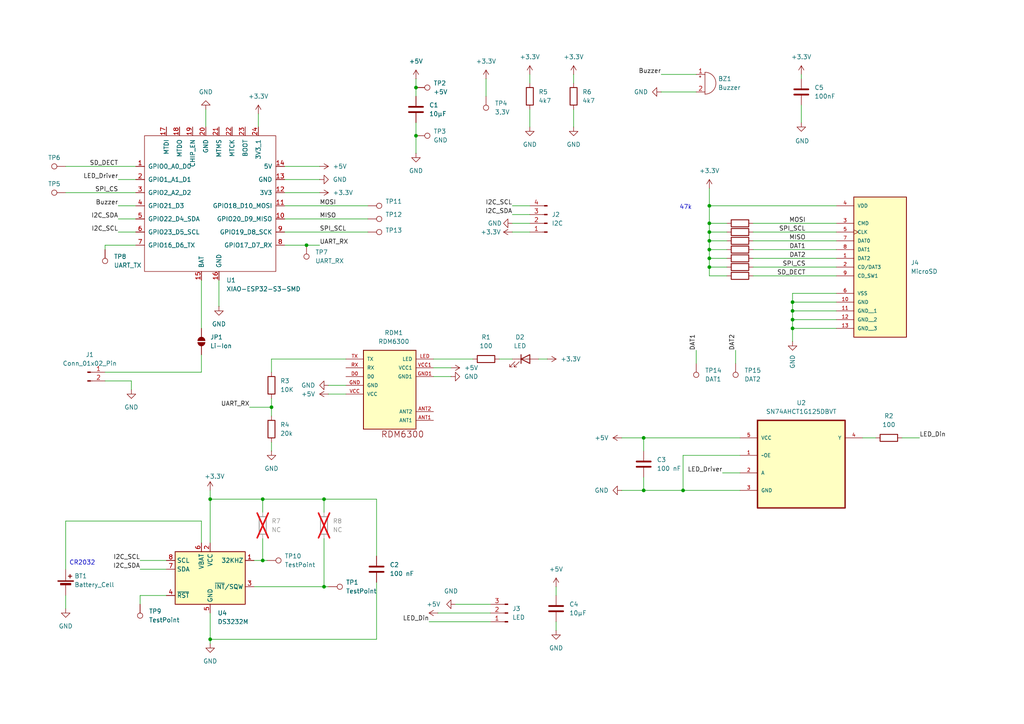
<source format=kicad_sch>
(kicad_sch (version 20250114) (generator "eeschema") (generator_version "9.0")
  (paper "A4")
  (lib_symbols
    (symbol "Connector:Conn_01x02_Pin" (pin_names (offset 1.016) (hide yes))
      (property "Reference" "J" (at 0 2.54 0))
      (property "Value" "Conn_01x02_Pin" (at 0 -5.08 0))
      (symbol "Conn_01x02_Pin_1_1"
        (rectangle (start 0.8636 0.127) (end 0 -0.127) (stroke (width 0.1524)) (fill (type outline)))
        (rectangle (start 0.8636 -2.413) (end 0 -2.667) (stroke (width 0.1524)) (fill (type outline)))
        (polyline (pts (xy 1.27 0) (xy 0.8636 0)) (stroke (width 0.1524)))
        (polyline (pts (xy 1.27 -2.54) (xy 0.8636 -2.54)) (stroke (width 0.1524)))
        (pin passive line (at 5.08 0 180) (length 3.81) (name "Pin_1") (number "1"))
        (pin passive line (at 5.08 -2.54 180) (length 3.81) (name "Pin_2") (number "2"))
      )
    )
    (symbol "Connector:Conn_01x03_Pin" (pin_names (offset 1.016) (hide yes))
      (property "Reference" "J" (at 0 5.08 0))
      (property "Value" "Conn_01x03_Pin" (at 0 -5.08 0))
      (symbol "Conn_01x03_Pin_1_1"
        (rectangle (start 0.8636 2.667) (end 0 2.413) (stroke (width 0.1524)) (fill (type outline)))
        (rectangle (start 0.8636 0.127) (end 0 -0.127) (stroke (width 0.1524)) (fill (type outline)))
        (rectangle (start 0.8636 -2.413) (end 0 -2.667) (stroke (width 0.1524)) (fill (type outline)))
        (polyline (pts (xy 1.27 2.54) (xy 0.8636 2.54)) (stroke (width 0.1524)))
        (polyline (pts (xy 1.27 0) (xy 0.8636 0)) (stroke (width 0.1524)))
        (polyline (pts (xy 1.27 -2.54) (xy 0.8636 -2.54)) (stroke (width 0.1524)))
        (pin passive line (at 5.08 2.54 180) (length 3.81) (name "Pin_1") (number "1"))
        (pin passive line (at 5.08 0 180) (length 3.81) (name "Pin_2") (number "2"))
        (pin passive line (at 5.08 -2.54 180) (length 3.81) (name "Pin_3") (number "3"))
      )
    )
    (symbol "Connector:Conn_01x04_Pin" (pin_names (offset 1.016) (hide yes))
      (property "Reference" "J" (at 0 5.08 0))
      (property "Value" "Conn_01x04_Pin" (at 0 -7.62 0))
      (symbol "Conn_01x04_Pin_1_1"
        (rectangle (start 0.8636 2.667) (end 0 2.413) (stroke (width 0.1524)) (fill (type outline)))
        (rectangle (start 0.8636 0.127) (end 0 -0.127) (stroke (width 0.1524)) (fill (type outline)))
        (rectangle (start 0.8636 -2.413) (end 0 -2.667) (stroke (width 0.1524)) (fill (type outline)))
        (rectangle (start 0.8636 -4.953) (end 0 -5.207) (stroke (width 0.1524)) (fill (type outline)))
        (polyline (pts (xy 1.27 2.54) (xy 0.8636 2.54)) (stroke (width 0.1524)))
        (polyline (pts (xy 1.27 0) (xy 0.8636 0)) (stroke (width 0.1524)))
        (polyline (pts (xy 1.27 -2.54) (xy 0.8636 -2.54)) (stroke (width 0.1524)))
        (polyline (pts (xy 1.27 -5.08) (xy 0.8636 -5.08)) (stroke (width 0.1524)))
        (pin passive line (at 5.08 2.54 180) (length 3.81) (name "Pin_1") (number "1"))
        (pin passive line (at 5.08 0 180) (length 3.81) (name "Pin_2") (number "2"))
        (pin passive line (at 5.08 -2.54 180) (length 3.81) (name "Pin_3") (number "3"))
        (pin passive line (at 5.08 -5.08 180) (length 3.81) (name "Pin_4") (number "4"))
      )
    )
    (symbol "Connector:TestPoint" (pin_numbers (hide yes)) (pin_names (offset 0.762) (hide yes))
      (property "Reference" "TP" (at 0 6.858 0))
      (property "Value" "TestPoint" (at 0 5.08 0))
      (symbol "TestPoint_0_1"
        (circle (center 0 3.302) (radius 0.762))
      )
      (symbol "TestPoint_1_1"
        (pin passive line (at 0 0 90) (length 2.54) (name "1") (number "1"))
      )
    )
    (symbol "Device:Battery_Cell" (pin_numbers (hide yes)) (pin_names (offset 0) (hide yes))
      (property "Reference" "BT" (at 2.54 2.54 0))
      (property "Value" "Battery_Cell" (at 2.54 0 0))
      (symbol "Battery_Cell_0_1"
        (rectangle (start -2.286 1.778) (end 2.286 1.524) (fill (type outline)))
        (rectangle (start -1.524 1.016) (end 1.524 0.508) (fill (type outline)))
        (polyline (pts (xy 0 1.778) (xy 0 2.54)))
        (polyline (pts (xy 0 0.762) (xy 0 0)))
        (polyline (pts (xy 0.762 3.048) (xy 1.778 3.048)) (stroke (width 0.254)))
        (polyline (pts (xy 1.27 3.556) (xy 1.27 2.54)) (stroke (width 0.254)))
      )
      (symbol "Battery_Cell_1_1"
        (pin passive line (at 0 5.08 270) (length 2.54) (name "+") (number "1"))
        (pin passive line (at 0 -2.54 90) (length 2.54) (name "-") (number "2"))
      )
    )
    (symbol "Device:Buzzer" (pin_names (offset 0.0254) (hide yes))
      (property "Reference" "BZ" (at 3.81 1.27 0))
      (property "Value" "Buzzer" (at 3.81 -1.27 0))
      (symbol "Buzzer_0_1"
        (polyline (pts (xy -1.651 1.905) (xy -1.143 1.905)))
        (polyline (pts (xy -1.397 2.159) (xy -1.397 1.651)))
        (arc (start 0 3.175) (mid 3.1612 0) (end 0 -3.175))
        (polyline (pts (xy 0 3.175) (xy 0 -3.175)))
      )
      (symbol "Buzzer_1_1"
        (pin passive line (at -2.54 2.54 0) (length 2.54) (name "+") (number "1"))
        (pin passive line (at -2.54 -2.54 0) (length 2.54) (name "-") (number "2"))
      )
    )
    (symbol "Device:C" (pin_numbers (hide yes)) (pin_names (offset 0.254))
      (property "Reference" "C" (at 0.635 2.54 0))
      (property "Value" "C" (at 0.635 -2.54 0))
      (symbol "C_0_1"
        (polyline (pts (xy -2.032 0.762) (xy 2.032 0.762)) (stroke (width 0.508)))
        (polyline (pts (xy -2.032 -0.762) (xy 2.032 -0.762)) (stroke (width 0.508)))
      )
      (symbol "C_1_1"
        (pin passive line (at 0 3.81 270) (length 2.794) (name "~") (number "1"))
        (pin passive line (at 0 -3.81 90) (length 2.794) (name "~") (number "2"))
      )
    )
    (symbol "Device:LED" (pin_numbers (hide yes)) (pin_names (offset 1.016) (hide yes))
      (property "Reference" "D" (at 0 2.54 0))
      (property "Value" "LED" (at 0 -2.54 0))
      (symbol "LED_0_1"
        (polyline (pts (xy -3.048 -0.762) (xy -4.572 -2.286) (xy -3.81 -2.286) (xy -4.572 -2.286) (xy -4.572 -1.524)))
        (polyline (pts (xy -1.778 -0.762) (xy -3.302 -2.286) (xy -2.54 -2.286) (xy -3.302 -2.286) (xy -3.302 -1.524)))
        (polyline (pts (xy -1.27 0) (xy 1.27 0)))
        (polyline (pts (xy -1.27 -1.27) (xy -1.27 1.27)) (stroke (width 0.254)))
        (polyline (pts (xy 1.27 -1.27) (xy 1.27 1.27) (xy -1.27 0) (xy 1.27 -1.27)) (stroke (width 0.254)))
      )
      (symbol "LED_1_1"
        (pin passive line (at -3.81 0 0) (length 2.54) (name "K") (number "1"))
        (pin passive line (at 3.81 0 180) (length 2.54) (name "A") (number "2"))
      )
    )
    (symbol "Device:R" (pin_numbers (hide yes)) (pin_names (offset 0))
      (property "Reference" "R" (at 2.032 0 90))
      (property "Value" "R" (at 0 0 90))
      (symbol "R_0_1"
        (rectangle (start -1.016 -2.54) (end 1.016 2.54) (stroke (width 0.254)))
      )
      (symbol "R_1_1"
        (pin passive line (at 0 3.81 270) (length 1.27) (name "~") (number "1"))
        (pin passive line (at 0 -3.81 90) (length 1.27) (name "~") (number "2"))
      )
    )
    (symbol "Jumper:SolderJumper_2_Open" (pin_numbers (hide yes)) (pin_names (offset 0) (hide yes)) (in_bom no)
      (property "Reference" "JP" (at 0 2.032 0))
      (property "Value" "SolderJumper_2_Open" (at 0 -2.54 0))
      (symbol "SolderJumper_2_Open_0_1"
        (polyline (pts (xy -0.254 1.016) (xy -0.254 -1.016)))
        (arc (start -0.254 -1.016) (mid -1.2656 0) (end -0.254 1.016))
        (arc (start -0.254 -1.016) (mid -1.2656 0) (end -0.254 1.016) (fill (type outline)))
        (arc (start 0.254 1.016) (mid 1.2656 0) (end 0.254 -1.016))
        (arc (start 0.254 1.016) (mid 1.2656 0) (end 0.254 -1.016) (fill (type outline)))
        (polyline (pts (xy 0.254 1.016) (xy 0.254 -1.016)))
      )
      (symbol "SolderJumper_2_Open_1_1"
        (pin passive line (at -3.81 0 0) (length 2.54) (name "A") (number "1"))
        (pin passive line (at 3.81 0 180) (length 2.54) (name "B") (number "2"))
      )
    )
    (symbol "RDM6300:RDM6300" (pin_names (offset 1.016))
      (property "Reference" "RDM6300" (at 0 0 0))
      (property "Value" "RDM6300" (at 0 0 0))
      (symbol "RDM6300_0_0"
        (rectangle (start -7.62 -10.16) (end 7.62 12.7) (stroke (width 0.254)) (fill (type background)))
        (text "RDM6300" (at -2.54 -12.7 0) (effects (font (size 1.778 1.778)) (justify left bottom)))
        (pin bidirectional line (at -12.7 10.16 0) (length 5.08) (name "TX") (number "TX"))
        (pin bidirectional line (at -12.7 7.62 0) (length 5.08) (name "RX") (number "RX"))
        (pin bidirectional line (at -12.7 5.08 0) (length 5.08) (name "D0") (number "D0"))
        (pin bidirectional line (at -12.7 2.54 0) (length 5.08) (name "GND") (number "GND"))
        (pin bidirectional line (at -12.7 0 0) (length 5.08) (name "VCC") (number "VCC"))
        (pin bidirectional line (at 12.7 10.16 180) (length 5.08) (name "LED") (number "LED"))
        (pin bidirectional line (at 12.7 7.62 180) (length 5.08) (name "VCC1") (number "VCC1"))
        (pin bidirectional line (at 12.7 5.08 180) (length 5.08) (name "GND1") (number "GND1"))
        (pin bidirectional line (at 12.7 -5.08 180) (length 5.08) (name "ANT2") (number "ANT2"))
        (pin bidirectional line (at 12.7 -7.62 180) (length 5.08) (name "ANT1") (number "ANT1"))
      )
    )
    (symbol "SN74AHCT1G125DBVT:SN74AHCT1G125DBVT" (pin_names (offset 1.016))
      (property "Reference" "U" (at -4.955 12.5527 0))
      (property "Value" "SN74AHCT1G125DBVT" (at -2.7954 -19.8475 0))
      (symbol "SN74AHCT1G125DBVT_0_0"
        (rectangle (start -12.7 -15.24) (end 12.7 10.16) (stroke (width 0.4064)) (fill (type background)))
        (pin power_in line (at -17.78 5.08 0) (length 5.08) (name "VCC") (number "5"))
        (pin input line (at -17.78 0 0) (length 5.08) (name "~OE") (number "1"))
        (pin input line (at -17.78 -5.08 0) (length 5.08) (name "A") (number "2"))
        (pin passive line (at -17.78 -10.16 0) (length 5.08) (name "GND") (number "3"))
        (pin output line (at 17.78 5.08 180) (length 5.08) (name "Y") (number "4"))
      )
    )
    (symbol "Seeed_Studio_XIAO_Series:XIAO-ESP32-C6-SMD" (pin_names (offset 1.016))
      (property "Reference" "U" (at -18.542 23.114 0))
      (property "Value" "XIAO-ESP32-S3-SMD" (at -8.382 21.336 0))
      (symbol "XIAO-ESP32-C6-SMD_0_1"
        (rectangle (start 19.05 -19.05) (end -19.05 20.32))
      )
      (symbol "XIAO-ESP32-C6-SMD_1_1"
        (pin passive line (at -21.59 11.43 0) (length 2.54) (name "GPIO0_A0_D0") (number "1"))
        (pin passive line (at -21.59 7.62 0) (length 2.54) (name "GPIO1_A1_D1") (number "2"))
        (pin passive line (at -21.59 3.81 0) (length 2.54) (name "GPIO2_A2_D2") (number "3"))
        (pin passive line (at -21.59 0 0) (length 2.54) (name "GPIO21_D3") (number "4"))
        (pin passive line (at -21.59 -3.81 0) (length 2.54) (name "GPIO22_D4_SDA") (number "5"))
        (pin passive line (at -21.59 -7.62 0) (length 2.54) (name "GPIO23_D5_SCL") (number "6"))
        (pin passive line (at -21.59 -11.43 0) (length 2.54) (name "GPIO16_D6_TX") (number "7"))
        (pin passive line (at -12.7 22.86 270) (length 2.54) (name "MTDI") (number "17"))
        (pin passive line (at -8.89 22.86 270) (length 2.54) (name "MTDO") (number "18"))
        (pin passive line (at -5.08 22.86 270) (length 2.54) (name "CHIP_EN") (number "19"))
        (pin passive line (at -2.54 -21.59 90) (length 2.54) (name "BAT") (number "15"))
        (pin passive line (at -1.27 22.86 270) (length 2.54) (name "GND") (number "20"))
        (pin passive line (at 2.54 22.86 270) (length 2.54) (name "MTMS") (number "21"))
        (pin passive line (at 2.54 -21.59 90) (length 2.54) (name "GND") (number "16"))
        (pin passive line (at 6.35 22.86 270) (length 2.54) (name "MTCK") (number "22"))
        (pin passive line (at 10.16 22.86 270) (length 2.54) (name "BOOT") (number "23"))
        (pin passive line (at 13.97 22.86 270) (length 2.54) (name "3V3_1") (number "24"))
        (pin passive line (at 21.59 11.43 180) (length 2.54) (name "5V") (number "14"))
        (pin passive line (at 21.59 7.62 180) (length 2.54) (name "GND") (number "13"))
        (pin passive line (at 21.59 3.81 180) (length 2.54) (name "3V3") (number "12"))
        (pin passive line (at 21.59 0 180) (length 2.54) (name "GPIO18_D10_MOSI") (number "11"))
        (pin passive line (at 21.59 -3.81 180) (length 2.54) (name "GPIO20_D9_MISO") (number "10"))
        (pin passive line (at 21.59 -7.62 180) (length 2.54) (name "GPIO19_D8_SCK") (number "9"))
        (pin passive line (at 21.59 -11.43 180) (length 2.54) (name "GPIO17_D7_RX") (number "8"))
      )
    )
    (symbol "Timer_RTC:DS3232M"
      (property "Reference" "U" (at -7.62 8.89 0))
      (property "Value" "DS3232M" (at 10.16 8.89 0))
      (symbol "DS3232M_0_1"
        (rectangle (start -10.16 7.62) (end 10.16 -7.62) (stroke (width 0.254)) (fill (type background)))
      )
      (symbol "DS3232M_1_1"
        (pin input line (at -12.7 5.08 0) (length 2.54) (name "SCL") (number "8"))
        (pin bidirectional line (at -12.7 2.54 0) (length 2.54) (name "SDA") (number "7"))
        (pin bidirectional line (at -12.7 -5.08 0) (length 2.54) (name "~{RST}") (number "4"))
        (pin power_in line (at -2.54 10.16 270) (length 2.54) (name "VBAT") (number "6"))
        (pin power_in line (at 0 10.16 270) (length 2.54) (name "VCC") (number "2"))
        (pin power_in line (at 0 -10.16 90) (length 2.54) (name "GND") (number "5"))
        (pin output line (at 12.7 5.08 180) (length 2.54) (name "32KHZ") (number "1"))
        (pin open_collector line (at 12.7 -2.54 180) (length 2.54) (name "~{INT}/SQW") (number "3"))
      )
    )
    (symbol "microsd_card_wuert:693071020811" (pin_names (offset 1.016))
      (property "Reference" "J" (at -7.62 16.51 0))
      (property "Value" "693071020811" (at -7.62 -26.67 0))
      (symbol "693071020811_0_0"
        (rectangle (start -7.62 -25.4) (end 7.62 15.24) (stroke (width 0.254)) (fill (type background)))
        (pin power_in line (at -12.7 12.7 0) (length 5.08) (name "VDD") (number "4"))
        (pin bidirectional line (at -12.7 7.62 0) (length 5.08) (name "CMD") (number "3"))
        (pin bidirectional clock (at -12.7 5.08 0) (length 5.08) (name "CLK") (number "5"))
        (pin bidirectional line (at -12.7 2.54 0) (length 5.08) (name "DAT0") (number "7"))
        (pin bidirectional line (at -12.7 0 0) (length 5.08) (name "DAT1") (number "8"))
        (pin bidirectional line (at -12.7 -2.54 0) (length 5.08) (name "DAT2") (number "1"))
        (pin bidirectional line (at -12.7 -5.08 0) (length 5.08) (name "CD/DAT3") (number "2"))
        (pin bidirectional line (at -12.7 -7.62 0) (length 5.08) (name "CD_SW1") (number "9"))
        (pin power_in line (at -12.7 -12.7 0) (length 5.08) (name "VSS") (number "6"))
        (pin power_in line (at -12.7 -15.24 0) (length 5.08) (name "GND") (number "10"))
        (pin power_in line (at -12.7 -17.78 0) (length 5.08) (name "GND__1") (number "11"))
        (pin power_in line (at -12.7 -20.32 0) (length 5.08) (name "GND__2") (number "12"))
        (pin power_in line (at -12.7 -22.86 0) (length 5.08) (name "GND__3") (number "13"))
      )
    )
    (symbol "power:+3.3V" (power) (pin_numbers (hide yes)) (pin_names (offset 0) (hide yes))
      (property "Value" "+3.3V" (at 0 3.556 0))
      (symbol "+3.3V_0_1"
        (polyline (pts (xy -0.762 1.27) (xy 0 2.54)))
        (polyline (pts (xy 0 2.54) (xy 0.762 1.27)))
        (polyline (pts (xy 0 0) (xy 0 2.54)))
      )
      (symbol "+3.3V_1_1"
        (pin power_in line (at 0 0 90) (length 0) (name "~") (number "1"))
      )
    )
    (symbol "power:+5V" (power) (pin_numbers (hide yes)) (pin_names (offset 0) (hide yes))
      (property "Value" "+5V" (at 0 3.556 0))
      (symbol "+5V_0_1"
        (polyline (pts (xy -0.762 1.27) (xy 0 2.54)))
        (polyline (pts (xy 0 2.54) (xy 0.762 1.27)))
        (polyline (pts (xy 0 0) (xy 0 2.54)))
      )
      (symbol "+5V_1_1"
        (pin power_in line (at 0 0 90) (length 0) (name "~") (number "1"))
      )
    )
    (symbol "power:GND" (power) (pin_numbers (hide yes)) (pin_names (offset 0) (hide yes))
      (property "Value" "GND" (at 0 -3.81 0))
      (symbol "GND_0_1"
        (polyline (pts (xy 0 0) (xy 0 -1.27) (xy 1.27 -1.27) (xy 0 -2.54) (xy -1.27 -1.27) (xy 0 -1.27)))
      )
      (symbol "GND_1_1"
        (pin power_in line (at 0 0 270) (length 0) (name "~") (number "1"))
      )
    )
  )
  (text "CR2032" (at 23.876 163.322 0) (effects (font (size 1.27 1.27))))
  (text "47k" (at 198.882 60.198 0) (effects (font (size 1.27 1.27))))
  (junction (at 205.74 59.69))
  (junction (at 229.87 95.25))
  (junction (at 186.69 142.24))
  (junction (at 229.87 92.71))
  (junction (at 60.96 185.42))
  (junction (at 229.87 87.63))
  (junction (at 93.98 144.78))
  (junction (at 186.69 127))
  (junction (at 205.74 72.39))
  (junction (at 205.74 74.93))
  (junction (at 78.74 118.11))
  (junction (at 76.2 144.78))
  (junction (at 205.74 64.77))
  (junction (at 120.65 39.37))
  (junction (at 205.74 69.85))
  (junction (at 198.12 142.24))
  (junction (at 229.87 90.17))
  (junction (at 60.96 144.78))
  (junction (at 205.74 77.47))
  (junction (at 93.98 170.18))
  (junction (at 205.74 67.31))
  (junction (at 76.2 162.56))
  (junction (at 120.65 25.4))
  (junction (at 88.9 71.12))
  (wire (pts (xy 125.73 109.22) (xy 130.81 109.22)))
  (wire (pts (xy 213.36 101.6) (xy 213.36 105.41)))
  (wire (pts (xy 58.42 151.13) (xy 58.42 157.48)))
  (wire (pts (xy 78.74 115.57) (xy 78.74 118.11)))
  (wire (pts (xy 82.55 55.88) (xy 92.71 55.88)))
  (wire (pts (xy 210.82 80.01) (xy 205.74 80.01)))
  (wire (pts (xy 186.69 127) (xy 214.63 127)))
  (wire (pts (xy 40.64 172.72) (xy 48.26 172.72)))
  (wire (pts (xy 205.74 74.93) (xy 210.82 74.93)))
  (wire (pts (xy 58.42 102.87) (xy 58.42 107.95)))
  (wire (pts (xy 39.37 71.12) (xy 30.48 71.12)))
  (wire (pts (xy 205.74 74.93) (xy 205.74 72.39)))
  (wire (pts (xy 153.67 21.59) (xy 153.67 24.13)))
  (wire (pts (xy 242.57 85.09) (xy 229.87 85.09)))
  (wire (pts (xy 88.9 71.12) (xy 92.71 71.12)))
  (wire (pts (xy 229.87 95.25) (xy 242.57 95.25)))
  (wire (pts (xy 166.37 21.59) (xy 166.37 24.13)))
  (wire (pts (xy 109.22 168.91) (xy 109.22 185.42)))
  (wire (pts (xy 210.82 67.31) (xy 205.74 67.31)))
  (wire (pts (xy 82.55 71.12) (xy 88.9 71.12)))
  (wire (pts (xy 30.48 71.12) (xy 30.48 72.39)))
  (wire (pts (xy 72.39 118.11) (xy 78.74 118.11)))
  (wire (pts (xy 229.87 95.25) (xy 229.87 99.06)))
  (wire (pts (xy 186.69 142.24) (xy 198.12 142.24)))
  (wire (pts (xy 205.74 69.85) (xy 205.74 67.31)))
  (wire (pts (xy 205.74 72.39) (xy 205.74 69.85)))
  (wire (pts (xy 148.59 59.69) (xy 153.67 59.69)))
  (wire (pts (xy 261.62 127) (xy 266.7 127)))
  (wire (pts (xy 229.87 87.63) (xy 242.57 87.63)))
  (wire (pts (xy 59.69 31.75) (xy 59.69 36.83)))
  (wire (pts (xy 82.55 67.31) (xy 106.68 67.31)))
  (wire (pts (xy 205.74 77.47) (xy 210.82 77.47)))
  (wire (pts (xy 232.41 21.59) (xy 232.41 22.86)))
  (wire (pts (xy 120.65 22.86) (xy 120.65 25.4)))
  (wire (pts (xy 76.2 144.78) (xy 76.2 148.59)))
  (wire (pts (xy 19.05 151.13) (xy 58.42 151.13)))
  (wire (pts (xy 210.82 69.85) (xy 205.74 69.85)))
  (wire (pts (xy 229.87 85.09) (xy 229.87 87.63)))
  (wire (pts (xy 140.97 22.86) (xy 140.97 27.94)))
  (wire (pts (xy 156.21 104.14) (xy 158.75 104.14)))
  (wire (pts (xy 60.96 185.42) (xy 60.96 186.69)))
  (wire (pts (xy 205.74 77.47) (xy 205.74 74.93)))
  (wire (pts (xy 229.87 90.17) (xy 242.57 90.17)))
  (wire (pts (xy 93.98 156.21) (xy 93.98 170.18)))
  (wire (pts (xy 93.98 144.78) (xy 76.2 144.78)))
  (wire (pts (xy 232.41 30.48) (xy 232.41 35.56)))
  (wire (pts (xy 218.44 74.93) (xy 242.57 74.93)))
  (wire (pts (xy 76.2 144.78) (xy 60.96 144.78)))
  (wire (pts (xy 93.98 170.18) (xy 95.25 170.18)))
  (wire (pts (xy 166.37 31.75) (xy 166.37 36.83)))
  (wire (pts (xy 95.25 114.3) (xy 100.33 114.3)))
  (wire (pts (xy 153.67 31.75) (xy 153.67 36.83)))
  (wire (pts (xy 205.74 72.39) (xy 210.82 72.39)))
  (wire (pts (xy 19.05 172.72) (xy 19.05 176.53)))
  (wire (pts (xy 205.74 64.77) (xy 205.74 59.69)))
  (wire (pts (xy 198.12 132.08) (xy 198.12 142.24)))
  (wire (pts (xy 186.69 127) (xy 186.69 130.81)))
  (wire (pts (xy 161.29 180.34) (xy 161.29 182.88)))
  (wire (pts (xy 109.22 185.42) (xy 60.96 185.42)))
  (wire (pts (xy 74.93 33.02) (xy 74.93 36.83)))
  (wire (pts (xy 93.98 144.78) (xy 93.98 148.59)))
  (wire (pts (xy 78.74 104.14) (xy 78.74 107.95)))
  (wire (pts (xy 191.77 21.59) (xy 201.93 21.59)))
  (wire (pts (xy 58.42 81.28) (xy 58.42 95.25)))
  (wire (pts (xy 218.44 64.77) (xy 242.57 64.77)))
  (wire (pts (xy 19.05 55.88) (xy 39.37 55.88)))
  (wire (pts (xy 127 177.8) (xy 142.24 177.8)))
  (wire (pts (xy 76.2 162.56) (xy 77.47 162.56)))
  (wire (pts (xy 209.55 137.16) (xy 214.63 137.16)))
  (wire (pts (xy 120.65 25.4) (xy 120.65 27.94)))
  (wire (pts (xy 218.44 67.31) (xy 242.57 67.31)))
  (wire (pts (xy 34.29 59.69) (xy 39.37 59.69)))
  (wire (pts (xy 144.78 104.14) (xy 148.59 104.14)))
  (wire (pts (xy 205.74 59.69) (xy 242.57 59.69)))
  (wire (pts (xy 210.82 64.77) (xy 205.74 64.77)))
  (wire (pts (xy 229.87 90.17) (xy 229.87 92.71)))
  (wire (pts (xy 161.29 170.18) (xy 161.29 172.72)))
  (wire (pts (xy 95.25 111.76) (xy 100.33 111.76)))
  (wire (pts (xy 82.55 48.26) (xy 92.71 48.26)))
  (wire (pts (xy 60.96 177.8) (xy 60.96 185.42)))
  (wire (pts (xy 205.74 54.61) (xy 205.74 59.69)))
  (wire (pts (xy 120.65 35.56) (xy 120.65 39.37)))
  (wire (pts (xy 148.59 62.23) (xy 153.67 62.23)))
  (wire (pts (xy 186.69 138.43) (xy 186.69 142.24)))
  (wire (pts (xy 180.34 142.24) (xy 186.69 142.24)))
  (wire (pts (xy 218.44 72.39) (xy 242.57 72.39)))
  (wire (pts (xy 109.22 144.78) (xy 93.98 144.78)))
  (wire (pts (xy 109.22 161.29) (xy 109.22 144.78)))
  (wire (pts (xy 60.96 144.78) (xy 60.96 157.48)))
  (wire (pts (xy 250.19 127) (xy 254 127)))
  (wire (pts (xy 125.73 106.68) (xy 130.81 106.68)))
  (wire (pts (xy 180.34 127) (xy 186.69 127)))
  (wire (pts (xy 205.74 80.01) (xy 205.74 77.47)))
  (wire (pts (xy 78.74 118.11) (xy 78.74 120.65)))
  (wire (pts (xy 125.73 104.14) (xy 137.16 104.14)))
  (wire (pts (xy 124.46 180.34) (xy 142.24 180.34)))
  (wire (pts (xy 218.44 69.85) (xy 242.57 69.85)))
  (wire (pts (xy 201.93 101.6) (xy 201.93 105.41)))
  (wire (pts (xy 218.44 80.01) (xy 242.57 80.01)))
  (wire (pts (xy 82.55 52.07) (xy 92.71 52.07)))
  (wire (pts (xy 60.96 142.24) (xy 60.96 144.78)))
  (wire (pts (xy 34.29 67.31) (xy 39.37 67.31)))
  (wire (pts (xy 30.48 110.49) (xy 38.1 110.49)))
  (wire (pts (xy 214.63 132.08) (xy 198.12 132.08)))
  (wire (pts (xy 34.29 63.5) (xy 39.37 63.5)))
  (wire (pts (xy 82.55 59.69) (xy 106.68 59.69)))
  (wire (pts (xy 132.08 175.26) (xy 142.24 175.26)))
  (wire (pts (xy 40.64 175.26) (xy 40.64 172.72)))
  (wire (pts (xy 19.05 165.1) (xy 19.05 151.13)))
  (wire (pts (xy 73.66 162.56) (xy 76.2 162.56)))
  (wire (pts (xy 19.05 48.26) (xy 39.37 48.26)))
  (wire (pts (xy 229.87 92.71) (xy 229.87 95.25)))
  (wire (pts (xy 148.59 67.31) (xy 153.67 67.31)))
  (wire (pts (xy 148.59 64.77) (xy 153.67 64.77)))
  (wire (pts (xy 218.44 77.47) (xy 242.57 77.47)))
  (wire (pts (xy 73.66 170.18) (xy 93.98 170.18)))
  (wire (pts (xy 63.5 81.28) (xy 63.5 88.9)))
  (wire (pts (xy 34.29 52.07) (xy 39.37 52.07)))
  (wire (pts (xy 40.64 165.1) (xy 48.26 165.1)))
  (wire (pts (xy 120.65 39.37) (xy 120.65 44.45)))
  (wire (pts (xy 78.74 104.14) (xy 100.33 104.14)))
  (wire (pts (xy 30.48 107.95) (xy 58.42 107.95)))
  (wire (pts (xy 82.55 63.5) (xy 106.68 63.5)))
  (wire (pts (xy 40.64 162.56) (xy 48.26 162.56)))
  (wire (pts (xy 38.1 110.49) (xy 38.1 113.03)))
  (wire (pts (xy 78.74 128.27) (xy 78.74 130.81)))
  (wire (pts (xy 229.87 87.63) (xy 229.87 90.17)))
  (wire (pts (xy 198.12 142.24) (xy 214.63 142.24)))
  (wire (pts (xy 76.2 156.21) (xy 76.2 162.56)))
  (wire (pts (xy 205.74 67.31) (xy 205.74 64.77)))
  (wire (pts (xy 229.87 92.71) (xy 242.57 92.71)))
  (wire (pts (xy 191.77 26.67) (xy 201.93 26.67)))
  (label "Buzzer" (at 34.29 59.69 180))
  (label "SPI_SCL" (at 92.71 67.31 0))
  (label "I2C_SCL" (at 40.64 162.56 180))
  (label "UART_RX" (at 92.71 71.12 0))
  (label "LED_Driver" (at 34.29 52.07 180))
  (label "SD_DECT" (at 233.68 80.01 180))
  (label "DAT2" (at 213.36 101.6 90))
  (label "LED_Driver" (at 209.55 137.16 180))
  (label "LED_Din" (at 266.7 127 0))
  (label "I2C_SDA" (at 148.59 62.23 180))
  (label "I2C_SCL" (at 148.59 59.69 180))
  (label "SPI_SCL" (at 233.68 67.31 180))
  (label "Buzzer" (at 191.77 21.59 180))
  (label "MISO" (at 233.68 69.85 180))
  (label "MISO" (at 92.71 63.5 0))
  (label "I2C_SCL" (at 34.29 67.31 180))
  (label "SPI_CS" (at 34.29 55.88 180))
  (label "MOSI" (at 92.71 59.69 0))
  (label "UART_RX" (at 72.39 118.11 180))
  (label "DAT1" (at 201.93 101.6 90))
  (label "SPI_CS" (at 233.68 77.47 180))
  (label "SD_DECT" (at 34.29 48.26 180))
  (label "I2C_SDA" (at 40.64 165.1 180))
  (label "LED_Din" (at 124.46 180.34 180))
  (label "MOSI" (at 233.68 64.77 180))
  (label "DAT1" (at 233.68 72.39 180))
  (label "I2C_SDA" (at 34.29 63.5 180))
  (label "DAT2" (at 233.68 74.93 180))
  (symbol (lib_id "power:+5V") (at 120.65 22.86 0) (unit 1)
    (property "Reference" "#PWR017" (effects (hide yes)))
    (property "Value" "+5V" (at 120.65 17.78 0))
    (property "Description" "Power symbol creates a global label with name \"+5V\"" (effects (hide yes)))
  )
  (symbol (lib_id "power:GND") (at 78.74 130.81 0) (unit 1)
    (property "Reference" "#PWR09" (effects (hide yes)))
    (property "Value" "GND" (at 78.74 135.89 0))
    (property "Description" "Power symbol creates a global label with name \"GND\" , ground" (effects (hide yes)))
  )
  (symbol (lib_id "Connector:TestPoint") (at 88.9 71.12 180) (unit 1)
    (property "Reference" "TP7" (at 91.44 73.1519 0) (effects (justify right)))
    (property "Value" "UART_RX" (at 91.44 75.6919 0) (effects (justify right)))
    (property "Footprint" "TestPoint:TestPoint_Pad_D1.5mm" (effects (hide yes)))
    (property "Description" "test point" (effects (hide yes)))
  )
  (symbol (lib_id "power:GND") (at 59.69 31.75 180) (unit 1)
    (property "Reference" "#PWR037" (effects (hide yes)))
    (property "Value" "GND" (at 59.69 26.67 0))
    (property "Description" "Power symbol creates a global label with name \"GND\" , ground" (effects (hide yes)))
  )
  (symbol (lib_id "Device:R") (at 78.74 111.76 0) (unit 1)
    (property "Reference" "R3" (at 81.28 110.4899 0) (effects (justify left)))
    (property "Value" "10K" (at 81.28 113.0299 0) (effects (justify left)))
    (property "Footprint" "Resistor_SMD:R_0603_1608Metric_Pad0.98x0.95mm_HandSolder" (effects (hide yes)))
    (property "Description" "Resistor" (effects (hide yes)))
  )
  (symbol (lib_id "Connector:Conn_01x03_Pin") (at 147.32 177.8 180) (unit 1)
    (property "Reference" "J3" (at 148.59 176.5299 0) (effects (justify right)))
    (property "Value" "LED" (at 148.59 179.0699 0) (effects (justify right)))
    (property "Footprint" "Connector_PinSocket_2.00mm:PinSocket_1x03_P2.00mm_Vertical" (effects (hide yes)))
    (property "Description" "Generic connector, single row, 01x03, script generated" (effects (hide yes)))
  )
  (symbol (lib_id "power:+5V") (at 127 177.8 90) (unit 1)
    (property "Reference" "#PWR020" (effects (hide yes)))
    (property "Value" "+5V" (at 125.73 175.26 90))
    (property "Description" "Power symbol creates a global label with name \"+5V\"" (effects (hide yes)))
  )
  (symbol (lib_id "power:+3.3V") (at 158.75 104.14 270) (unit 1)
    (property "Reference" "#PWR015" (effects (hide yes)))
    (property "Value" "+3.3V" (at 162.56 104.1399 90) (effects (justify left)))
    (property "Description" "Power symbol creates a global label with name \"+3.3V\"" (effects (hide yes)))
  )
  (symbol (lib_id "Device:Battery_Cell") (at 19.05 170.18 0) (unit 1)
    (property "Reference" "BT1" (at 21.59 167.0684 0) (effects (justify left)))
    (property "Value" "Battery_Cell" (at 21.59 169.6084 0) (effects (justify left)))
    (property "Footprint" "Battery:Battery_Panasonic_CR2032-HFN_Horizontal_CircularHoles" (effects (hide yes)))
    (property "Description" "Single-cell battery" (effects (hide yes)))
  )
  (symbol (lib_id "Connector:TestPoint") (at 19.05 55.88 90) (unit 1)
    (property "Reference" "TP5" (at 15.748 53.34 90))
    (property "Value" "CS" (effects (hide yes)))
    (property "Footprint" "TestPoint:TestPoint_Pad_D1.5mm" (effects (hide yes)))
    (property "Description" "test point" (effects (hide yes)))
  )
  (symbol (lib_id "Device:C") (at 161.29 176.53 180) (unit 1)
    (property "Reference" "C4" (at 165.1 175.2599 0) (effects (justify right)))
    (property "Value" "10µF" (at 165.1 177.7999 0) (effects (justify right)))
    (property "Footprint" "Capacitor_SMD:C_0603_1608Metric" (effects (hide yes)))
    (property "Description" "Unpolarized capacitor" (effects (hide yes)))
  )
  (symbol (lib_id "power:+3.3V") (at 205.74 54.61 0) (unit 1)
    (property "Reference" "#PWR036" (effects (hide yes)))
    (property "Value" "+3.3V" (at 205.74 49.53 0))
    (property "Description" "Power symbol creates a global label with name \"+3.3V\"" (effects (hide yes)))
  )
  (symbol (lib_id "power:+3.3V") (at 140.97 22.86 0) (unit 1)
    (property "Reference" "#PWR019" (effects (hide yes)))
    (property "Value" "+3.3V" (at 140.97 17.78 0))
    (property "Description" "Power symbol creates a global label with name \"+3.3V\"" (effects (hide yes)))
  )
  (symbol (lib_id "Device:R") (at 76.2 152.4 0) (unit 1) (dnp yes)
    (property "Reference" "R7" (at 78.74 151.1299 0) (effects (justify left)))
    (property "Value" "NC" (at 78.74 153.6699 0) (effects (justify left)))
    (property "Footprint" "Resistor_SMD:R_0603_1608Metric_Pad0.98x0.95mm_HandSolder" (effects (hide yes)))
    (property "Description" "Resistor" (effects (hide yes)))
  )
  (symbol (lib_id "power:+3.3V") (at 92.71 55.88 270) (unit 1)
    (property "Reference" "#PWR03" (effects (hide yes)))
    (property "Value" "+3.3V" (at 96.52 55.8799 90) (effects (justify left)))
    (property "Description" "Power symbol creates a global label with name \"+3.3V\"" (effects (hide yes)))
  )
  (symbol (lib_id "Device:R") (at 214.63 77.47 90) (unit 1)
    (property "Reference" "R9" (effects (hide yes)))
    (property "Value" "47k" (effects (hide yes)))
    (property "Footprint" "Resistor_SMD:R_0603_1608Metric_Pad0.98x0.95mm_HandSolder" (effects (hide yes)))
    (property "Description" "Resistor" (effects (hide yes)))
  )
  (symbol (lib_id "Device:R") (at 214.63 67.31 90) (unit 1)
    (property "Reference" "R13" (effects (hide yes)))
    (property "Value" "47k" (effects (hide yes)))
    (property "Footprint" "Resistor_SMD:R_0603_1608Metric_Pad0.98x0.95mm_HandSolder" (effects (hide yes)))
    (property "Description" "Resistor" (effects (hide yes)))
  )
  (symbol (lib_id "power:GND") (at 166.37 36.83 0) (unit 1)
    (property "Reference" "#PWR029" (effects (hide yes)))
    (property "Value" "GND" (at 166.37 41.91 0))
    (property "Description" "Power symbol creates a global label with name \"GND\" , ground" (effects (hide yes)))
  )
  (symbol (lib_id "power:GND") (at 92.71 52.07 90) (unit 1)
    (property "Reference" "#PWR02" (effects (hide yes)))
    (property "Value" "GND" (at 96.52 52.0699 90) (effects (justify right)))
    (property "Description" "Power symbol creates a global label with name \"GND\" , ground" (effects (hide yes)))
  )
  (symbol (lib_id "power:+5V") (at 161.29 170.18 0) (unit 1)
    (property "Reference" "#PWR024" (effects (hide yes)))
    (property "Value" "+5V" (at 161.29 165.1 0))
    (property "Description" "Power symbol creates a global label with name \"+5V\"" (effects (hide yes)))
  )
  (symbol (lib_id "power:GND") (at 229.87 99.06 0) (unit 1)
    (property "Reference" "#PWR07" (effects (hide yes)))
    (property "Value" "GND" (at 229.8701 102.87 90) (effects (justify right)))
    (property "Description" "Power symbol creates a global label with name \"GND\" , ground" (effects (hide yes)))
  )
  (symbol (lib_id "power:GND") (at 120.65 44.45 0) (unit 1)
    (property "Reference" "#PWR018" (effects (hide yes)))
    (property "Value" "GND" (at 120.65 49.53 0))
    (property "Description" "Power symbol creates a global label with name \"GND\" , ground" (effects (hide yes)))
  )
  (symbol (lib_id "power:+5V") (at 180.34 127 90) (unit 1)
    (property "Reference" "#PWR011" (effects (hide yes)))
    (property "Value" "+5V" (at 176.53 126.9999 90) (effects (justify left)))
    (property "Description" "Power symbol creates a global label with name \"+5V\"" (effects (hide yes)))
  )
  (symbol (lib_id "power:+5V") (at 92.71 48.26 270) (unit 1)
    (property "Reference" "#PWR01" (effects (hide yes)))
    (property "Value" "+5V" (at 96.52 48.2599 90) (effects (justify left)))
    (property "Description" "Power symbol creates a global label with name \"+5V\"" (effects (hide yes)))
  )
  (symbol (lib_id "power:+5V") (at 95.25 114.3 90) (unit 1)
    (property "Reference" "#PWR04" (effects (hide yes)))
    (property "Value" "+5V" (at 91.44 114.2999 90) (effects (justify left)))
    (property "Description" "Power symbol creates a global label with name \"+5V\"" (effects (hide yes)))
  )
  (symbol (lib_id "power:GND") (at 95.25 111.76 270) (unit 1)
    (property "Reference" "#PWR05" (effects (hide yes)))
    (property "Value" "GND" (at 91.44 111.7599 90) (effects (justify right)))
    (property "Description" "Power symbol creates a global label with name \"GND\" , ground" (effects (hide yes)))
  )
  (symbol (lib_id "Timer_RTC:DS3232M") (at 60.96 167.64 0) (unit 1)
    (property "Reference" "U4" (at 63.1033 177.8 0) (effects (justify left)))
    (property "Value" "DS3232M" (at 63.1033 180.34 0) (effects (justify left)))
    (property "Footprint" "Package_SO:SOIC-8_3.9x4.9mm_P1.27mm" (effects (hide yes)))
    (property "Datasheet" "http://datasheets.maximintegrated.com/en/ds/DS3232M.pdf" (effects (hide yes)))
    (property "Description" "±5ppm, I2C Real-Time Clock with SRAM SOIC-8" (effects (hide yes)))
  )
  (symbol (lib_id "Device:R") (at 257.81 127 90) (unit 1)
    (property "Reference" "R2" (at 257.81 120.65 90))
    (property "Value" "100" (at 257.81 123.19 90))
    (property "Footprint" "Resistor_SMD:R_0603_1608Metric_Pad0.98x0.95mm_HandSolder" (effects (hide yes)))
    (property "Description" "Resistor" (effects (hide yes)))
  )
  (symbol (lib_id "power:+3.3V") (at 74.93 33.02 0) (unit 1)
    (property "Reference" "#PWR033" (effects (hide yes)))
    (property "Value" "+3.3V" (at 74.93 27.94 0))
    (property "Description" "Power symbol creates a global label with name \"+3.3V\"" (effects (hide yes)))
  )
  (symbol (lib_id "power:GND") (at 191.77 26.67 270) (unit 1)
    (property "Reference" "#PWR014" (effects (hide yes)))
    (property "Value" "GND" (at 187.96 26.6699 90) (effects (justify right)))
    (property "Description" "Power symbol creates a global label with name \"GND\" , ground" (effects (hide yes)))
  )
  (symbol (lib_id "Device:C") (at 120.65 31.75 180) (unit 1)
    (property "Reference" "C1" (at 124.46 30.4799 0) (effects (justify right)))
    (property "Value" "10µF" (at 124.46 33.0199 0) (effects (justify right)))
    (property "Footprint" "Capacitor_SMD:C_0603_1608Metric" (effects (hide yes)))
    (property "Description" "Unpolarized capacitor" (effects (hide yes)))
  )
  (symbol (lib_id "Jumper:SolderJumper_2_Open") (at 58.42 99.06 270) (unit 1) (in_bom no)
    (property "Reference" "JP1" (at 60.96 97.7899 90) (effects (justify left)))
    (property "Value" "Li-Ion" (at 60.96 100.3299 90) (effects (justify left)))
    (property "Footprint" "Jumper:SolderJumper-2_P1.3mm_Open_TrianglePad1.0x1.5mm" (effects (hide yes)))
    (property "Description" "Solder Jumper, 2-pole, open" (effects (hide yes)))
  )
  (symbol (lib_id "Connector:TestPoint") (at 120.65 39.37 270) (unit 1)
    (property "Reference" "TP3" (at 125.73 38.0999 90) (effects (justify left)))
    (property "Value" "GND" (at 125.73 40.6399 90) (effects (justify left)))
    (property "Footprint" "TestPoint:TestPoint_Pad_D1.5mm" (effects (hide yes)))
    (property "Description" "test point" (effects (hide yes)))
  )
  (symbol (lib_id "Connector:TestPoint") (at 201.93 105.41 180) (unit 1)
    (property "Reference" "TP14" (at 204.47 107.4419 0) (effects (justify right)))
    (property "Value" "DAT1" (at 204.47 109.9819 0) (effects (justify right)))
    (property "Footprint" "TestPoint:TestPoint_Pad_D1.5mm" (effects (hide yes)))
    (property "Description" "test point" (effects (hide yes)))
  )
  (symbol (lib_id "Connector:Conn_01x04_Pin") (at 158.75 64.77 180) (unit 1)
    (property "Reference" "J2" (at 160.02 62.2299 0) (effects (justify right)))
    (property "Value" "I2C" (at 160.02 64.7699 0) (effects (justify right)))
    (property "Footprint" "Connector_PinHeader_2.54mm:PinHeader_1x04_P2.54mm_Vertical" (effects (hide yes)))
    (property "Description" "Generic connector, single row, 01x04, script generated" (effects (hide yes)))
  )
  (symbol (lib_id "Device:LED") (at 152.4 104.14 0) (unit 1)
    (property "Reference" "D2" (at 150.8125 97.79 0))
    (property "Value" "LED" (at 150.8125 100.33 0))
    (property "Footprint" "LED_SMD:LED_0603_1608Metric" (effects (hide yes)))
    (property "Description" "Light emitting diode" (effects (hide yes)))
    (property "Sim.Pins" "1=K 2=A" (effects (hide yes)))
  )
  (symbol (lib_id "Device:R") (at 214.63 64.77 90) (unit 1)
    (property "Reference" "R14" (effects (hide yes)))
    (property "Value" "47k" (effects (hide yes)))
    (property "Footprint" "Resistor_SMD:R_0603_1608Metric_Pad0.98x0.95mm_HandSolder" (effects (hide yes)))
    (property "Description" "Resistor" (effects (hide yes)))
  )
  (symbol (lib_id "Connector:TestPoint") (at 19.05 48.26 90) (unit 1)
    (property "Reference" "TP6" (at 15.748 45.72 90))
    (property "Value" "SD_DECT" (effects (hide yes)))
    (property "Footprint" "TestPoint:TestPoint_Pad_D1.5mm" (effects (hide yes)))
    (property "Description" "test point" (effects (hide yes)))
  )
  (symbol (lib_id "SN74AHCT1G125DBVT:SN74AHCT1G125DBVT") (at 232.41 132.08 0) (unit 1)
    (property "Reference" "U2" (at 232.41 116.84 0))
    (property "Value" "SN74AHCT1G125DBVT" (at 232.41 119.38 0))
    (property "Footprint" "footprints:SOT95P280X145-5N" (effects (hide yes)))
    (property "MF" "Texas Instruments" (effects (hide yes)))
    (property "Description_1" "Buffer, Non-Inverting 1 Element 1 Bit per Element 3-State Output SOT-23-5" (effects (hide yes)))
    (property "PACKAGE" "SOT-23-5" (effects (hide yes)))
    (property "MPN" "SN74AHCT1G125DBVT" (effects (hide yes)))
    (property "Price" "None" (effects (hide yes)))
    (property "Package" "SOT-23 Texas Instruments" (effects (hide yes)))
    (property "OC_FARNELL" "1739631" (effects (hide yes)))
    (property "SnapEDA_Link" "https://www.snapeda.com/parts/SN74AHCT1G125DBV/Texas+Instruments/view-part/?ref=snap" (effects (hide yes)))
    (property "MP" "SN74AHCT1G125DBV" (effects (hide yes)))
    (property "SUPPLIER" "Texas Instruments" (effects (hide yes)))
    (property "OC_NEWARK" "22H0195" (effects (hide yes)))
    (property "Availability" "Not in stock" (effects (hide yes)))
    (property "Check_prices" "https://www.snapeda.com/parts/SN74AHCT1G125DBV/Texas+Instruments/view-part/?ref=eda" (effects (hide yes)))
  )
  (symbol (lib_id "power:+3.3V") (at 60.96 142.24 0) (unit 1)
    (property "Reference" "#PWR013" (effects (hide yes)))
    (property "Value" "+3.3V" (at 62.23 138.176 0))
    (property "Description" "Power symbol creates a global label with name \"+3.3V\"" (effects (hide yes)))
  )
  (symbol (lib_id "power:+3.3V") (at 153.67 21.59 0) (unit 1)
    (property "Reference" "#PWR026" (effects (hide yes)))
    (property "Value" "+3.3V" (at 153.67 16.51 0))
    (property "Description" "Power symbol creates a global label with name \"+3.3V\"" (effects (hide yes)))
  )
  (symbol (lib_id "Device:R") (at 214.63 80.01 90) (unit 1)
    (property "Reference" "R11" (effects (hide yes)))
    (property "Value" "47k" (effects (hide yes)))
    (property "Footprint" "Resistor_SMD:R_0603_1608Metric_Pad0.98x0.95mm_HandSolder" (effects (hide yes)))
    (property "Description" "Resistor" (effects (hide yes)))
  )
  (symbol (lib_id "Seeed_Studio_XIAO_Series:XIAO-ESP32-C6-SMD") (at 60.96 59.69 0) (unit 1)
    (property "Reference" "U1" (at 65.6433 81.28 0) (effects (justify left)))
    (property "Value" "XIAO-ESP32-S3-SMD" (at 65.6433 83.82 0) (effects (justify left)))
    (property "Footprint" "Seeed Studio XIAO Series Library:XIAO-ESP32C6-SMD" (effects (hide yes)))
  )
  (symbol (lib_id "Device:C") (at 232.41 26.67 180) (unit 1)
    (property "Reference" "C5" (at 236.22 25.3999 0) (effects (justify right)))
    (property "Value" "100nF" (at 236.22 27.9399 0) (effects (justify right)))
    (property "Footprint" "Capacitor_SMD:C_0603_1608Metric" (effects (hide yes)))
    (property "Description" "Unpolarized capacitor" (effects (hide yes)))
  )
  (symbol (lib_id "Connector:TestPoint") (at 213.36 105.41 180) (unit 1)
    (property "Reference" "TP15" (at 215.9 107.4419 0) (effects (justify right)))
    (property "Value" "DAT2" (at 215.9 109.9819 0) (effects (justify right)))
    (property "Footprint" "TestPoint:TestPoint_Pad_D1.5mm" (effects (hide yes)))
    (property "Description" "test point" (effects (hide yes)))
  )
  (symbol (lib_id "power:GND") (at 38.1 113.03 0) (unit 1)
    (property "Reference" "#PWR038" (effects (hide yes)))
    (property "Value" "GND" (at 38.1 118.11 0))
    (property "Description" "Power symbol creates a global label with name \"GND\" , ground" (effects (hide yes)))
  )
  (symbol (lib_id "power:GND") (at 153.67 36.83 0) (unit 1)
    (property "Reference" "#PWR028" (effects (hide yes)))
    (property "Value" "GND" (at 153.67 41.91 0))
    (property "Description" "Power symbol creates a global label with name \"GND\" , ground" (effects (hide yes)))
  )
  (symbol (lib_id "Connector:TestPoint") (at 77.47 162.56 270) (unit 1)
    (property "Reference" "TP10" (at 82.55 161.2899 90) (effects (justify left)))
    (property "Value" "TestPoint" (at 82.55 163.8299 90) (effects (justify left)))
    (property "Footprint" "TestPoint:TestPoint_Pad_D1.5mm" (effects (hide yes)))
    (property "Description" "test point" (effects (hide yes)))
  )
  (symbol (lib_id "Connector:TestPoint") (at 95.25 170.18 270) (unit 1)
    (property "Reference" "TP1" (at 100.33 168.9099 90) (effects (justify left)))
    (property "Value" "TestPoint" (at 100.33 171.4499 90) (effects (justify left)))
    (property "Footprint" "TestPoint:TestPoint_Pad_D1.5mm" (effects (hide yes)))
    (property "Description" "test point" (effects (hide yes)))
  )
  (symbol (lib_id "Device:R") (at 78.74 124.46 0) (unit 1)
    (property "Reference" "R4" (at 81.28 123.1899 0) (effects (justify left)))
    (property "Value" "20k" (at 81.28 125.7299 0) (effects (justify left)))
    (property "Footprint" "Resistor_SMD:R_0603_1608Metric_Pad0.98x0.95mm_HandSolder" (effects (hide yes)))
    (property "Description" "Resistor" (effects (hide yes)))
  )
  (symbol (lib_id "Device:R") (at 214.63 69.85 90) (unit 1)
    (property "Reference" "R12" (effects (hide yes)))
    (property "Value" "47k" (effects (hide yes)))
    (property "Footprint" "Resistor_SMD:R_0603_1608Metric_Pad0.98x0.95mm_HandSolder" (effects (hide yes)))
    (property "Description" "Resistor" (effects (hide yes)))
  )
  (symbol (lib_id "Device:R") (at 153.67 27.94 0) (unit 1)
    (property "Reference" "R5" (at 156.21 26.6699 0) (effects (justify left)))
    (property "Value" "4k7" (at 156.21 29.2099 0) (effects (justify left)))
    (property "Footprint" "Resistor_SMD:R_0603_1608Metric_Pad0.98x0.95mm_HandSolder" (effects (hide yes)))
    (property "Description" "Resistor" (effects (hide yes)))
  )
  (symbol (lib_id "microsd_card_wuert:693071020811") (at 255.27 72.39 0) (unit 1)
    (property "Reference" "J4" (at 264.16 76.1999 0) (effects (justify left)))
    (property "Value" "MicroSD" (at 264.16 78.7399 0) (effects (justify left)))
    (property "Footprint" "footprints:WURTH_693071020811" (effects (hide yes)))
    (property "PARTREV" "001.003" (effects (hide yes)))
    (property "STANDARD" "Manufacturer Recommendations" (effects (hide yes)))
    (property "MAXIMUM_PACKAGE_HEIGHT" "2.05mm" (effects (hide yes)))
    (property "MANUFACTURER" "WURTH ELEKTRONIK" (effects (hide yes)))
  )
  (symbol (lib_id "Device:C") (at 109.22 165.1 180) (unit 1)
    (property "Reference" "C2" (at 113.03 163.8299 0) (effects (justify right)))
    (property "Value" "100 nF" (at 113.03 166.3699 0) (effects (justify right)))
    (property "Footprint" "Capacitor_SMD:C_0603_1608Metric" (effects (hide yes)))
    (property "Description" "Unpolarized capacitor" (effects (hide yes)))
  )
  (symbol (lib_id "Connector:TestPoint") (at 106.68 63.5 270) (unit 1)
    (property "Reference" "TP12" (at 111.76 62.2299 90) (effects (justify left)))
    (property "Value" "MISO" (effects (hide yes)))
    (property "Footprint" "TestPoint:TestPoint_Pad_D1.5mm" (effects (hide yes)))
    (property "Description" "test point" (effects (hide yes)))
  )
  (symbol (lib_id "Connector:TestPoint") (at 120.65 25.4 270) (unit 1)
    (property "Reference" "TP2" (at 125.73 24.1299 90) (effects (justify left)))
    (property "Value" "+5V" (at 125.73 26.6699 90) (effects (justify left)))
    (property "Footprint" "TestPoint:TestPoint_Pad_D1.5mm" (effects (hide yes)))
    (property "Description" "test point" (effects (hide yes)))
  )
  (symbol (lib_id "Device:R") (at 214.63 74.93 90) (unit 1)
    (property "Reference" "R15" (effects (hide yes)))
    (property "Value" "47k" (effects (hide yes)))
    (property "Footprint" "Resistor_SMD:R_0603_1608Metric_Pad0.98x0.95mm_HandSolder" (effects (hide yes)))
    (property "Description" "Resistor" (effects (hide yes)))
  )
  (symbol (lib_id "Connector:TestPoint") (at 40.64 175.26 180) (unit 1)
    (property "Reference" "TP9" (at 43.18 177.2919 0) (effects (justify right)))
    (property "Value" "TestPoint" (at 43.18 179.8319 0) (effects (justify right)))
    (property "Footprint" "TestPoint:TestPoint_Pad_D1.5mm" (effects (hide yes)))
    (property "Description" "test point" (effects (hide yes)))
  )
  (symbol (lib_id "power:GND") (at 232.41 35.56 0) (unit 1)
    (property "Reference" "#PWR035" (effects (hide yes)))
    (property "Value" "GND" (at 232.664 40.894 0))
    (property "Description" "Power symbol creates a global label with name \"GND\" , ground" (effects (hide yes)))
  )
  (symbol (lib_id "power:GND") (at 130.81 109.22 90) (unit 1)
    (property "Reference" "#PWR022" (effects (hide yes)))
    (property "Value" "GND" (at 134.62 109.2199 90) (effects (justify right)))
    (property "Description" "Power symbol creates a global label with name \"GND\" , ground" (effects (hide yes)))
  )
  (symbol (lib_id "RDM6300:RDM6300") (at 113.03 114.3 0) (unit 1)
    (property "Reference" "RDM1" (at 114.2228 96.52 0))
    (property "Value" "RDM6300" (at 114.2228 99.06 0))
    (property "Footprint" "footprints:RDM6300" (effects (hide yes)))
    (property "MF" "ITEAD" (effects (hide yes)))
    (property "Description_1" "RDM6300 125KHz cardreader mini-module is designed for reading code from 125KHz card compatible read-only tags and read/write card." (effects (hide yes)))
    (property "Package" "Package" (effects (hide yes)))
    (property "Price" "None" (effects (hide yes)))
    (property "SnapEDA_Link" "https://www.snapeda.com/parts/RDM6300/ITEAD/view-part/?ref=snap" (effects (hide yes)))
    (property "MP" "RDM6300" (effects (hide yes)))
    (property "Availability" "Not in stock" (effects (hide yes)))
    (property "Check_prices" "https://www.snapeda.com/parts/RDM6300/ITEAD/view-part/?ref=eda" (effects (hide yes)))
  )
  (symbol (lib_id "Device:R") (at 93.98 152.4 0) (unit 1) (dnp yes)
    (property "Reference" "R8" (at 96.52 151.1299 0) (effects (justify left)))
    (property "Value" "NC" (at 96.52 153.6699 0) (effects (justify left)))
    (property "Footprint" "Resistor_SMD:R_0603_1608Metric_Pad0.98x0.95mm_HandSolder" (effects (hide yes)))
    (property "Description" "Resistor" (effects (hide yes)))
  )
  (symbol (lib_id "power:GND") (at 60.96 186.69 0) (unit 1)
    (property "Reference" "#PWR010" (effects (hide yes)))
    (property "Value" "GND" (at 60.96 191.77 0))
    (property "Description" "Power symbol creates a global label with name \"GND\" , ground" (effects (hide yes)))
  )
  (symbol (lib_id "power:+5V") (at 130.81 106.68 270) (unit 1)
    (property "Reference" "#PWR023" (effects (hide yes)))
    (property "Value" "+5V" (at 134.62 106.6799 90) (effects (justify left)))
    (property "Description" "Power symbol creates a global label with name \"+5V\"" (effects (hide yes)))
  )
  (symbol (lib_id "Connector:Conn_01x02_Pin") (at 25.4 107.95 0) (unit 1)
    (property "Reference" "J1" (at 26.035 102.87 0))
    (property "Value" "Conn_01x02_Pin" (at 26.035 105.41 0))
    (property "Footprint" "Connector_PinHeader_2.54mm:PinHeader_1x02_P2.54mm_Vertical" (effects (hide yes)))
    (property "Description" "Generic connector, single row, 01x02, script generated" (effects (hide yes)))
  )
  (symbol (lib_id "Connector:TestPoint") (at 140.97 27.94 180) (unit 1)
    (property "Reference" "TP4" (at 143.51 29.9719 0) (effects (justify right)))
    (property "Value" "3,3V" (at 143.51 32.5119 0) (effects (justify right)))
    (property "Footprint" "TestPoint:TestPoint_Pad_D1.5mm" (effects (hide yes)))
    (property "Description" "test point" (effects (hide yes)))
  )
  (symbol (lib_id "Connector:TestPoint") (at 30.48 72.39 180) (unit 1)
    (property "Reference" "TP8" (at 33.02 74.4219 0) (effects (justify right)))
    (property "Value" "UART_TX" (at 33.02 76.9619 0) (effects (justify right)))
    (property "Footprint" "TestPoint:TestPoint_Pad_D1.5mm" (effects (hide yes)))
    (property "Description" "test point" (effects (hide yes)))
  )
  (symbol (lib_id "Device:R") (at 214.63 72.39 90) (unit 1)
    (property "Reference" "R10" (effects (hide yes)))
    (property "Value" "47k" (effects (hide yes)))
    (property "Footprint" "Resistor_SMD:R_0603_1608Metric_Pad0.98x0.95mm_HandSolder" (effects (hide yes)))
    (property "Description" "Resistor" (effects (hide yes)))
  )
  (symbol (lib_id "power:GND") (at 63.5 88.9 0) (unit 1)
    (property "Reference" "#PWR016" (effects (hide yes)))
    (property "Value" "GND" (at 63.5 93.98 0))
    (property "Description" "Power symbol creates a global label with name \"GND\" , ground" (effects (hide yes)))
  )
  (symbol (lib_id "Connector:TestPoint") (at 106.68 67.31 270) (unit 1)
    (property "Reference" "TP13" (at 111.76 66.802 90) (effects (justify left)))
    (property "Value" "SPI SCL" (effects (hide yes)))
    (property "Footprint" "TestPoint:TestPoint_Pad_D1.5mm" (effects (hide yes)))
    (property "Description" "test point" (effects (hide yes)))
  )
  (symbol (lib_id "power:GND") (at 161.29 182.88 0) (unit 1)
    (property "Reference" "#PWR025" (effects (hide yes)))
    (property "Value" "GND" (at 161.29 187.96 0))
    (property "Description" "Power symbol creates a global label with name \"GND\" , ground" (effects (hide yes)))
  )
  (symbol (lib_id "Device:R") (at 166.37 27.94 0) (unit 1)
    (property "Reference" "R6" (at 168.91 26.6699 0) (effects (justify left)))
    (property "Value" "4k7" (at 168.91 29.2099 0) (effects (justify left)))
    (property "Footprint" "Resistor_SMD:R_0603_1608Metric_Pad0.98x0.95mm_HandSolder" (effects (hide yes)))
    (property "Description" "Resistor" (effects (hide yes)))
  )
  (symbol (lib_id "power:GND") (at 180.34 142.24 270) (unit 1)
    (property "Reference" "#PWR08" (effects (hide yes)))
    (property "Value" "GND" (at 176.53 142.2399 90) (effects (justify right)))
    (property "Description" "Power symbol creates a global label with name \"GND\" , ground" (effects (hide yes)))
  )
  (symbol (lib_id "Device:C") (at 186.69 134.62 180) (unit 1)
    (property "Reference" "C3" (at 190.5 133.3499 0) (effects (justify right)))
    (property "Value" "100 nF" (at 190.5 135.8899 0) (effects (justify right)))
    (property "Footprint" "Capacitor_SMD:C_0603_1608Metric" (effects (hide yes)))
    (property "Description" "Unpolarized capacitor" (effects (hide yes)))
  )
  (symbol (lib_id "power:+3.3V") (at 232.41 21.59 0) (unit 1)
    (property "Reference" "#PWR034" (effects (hide yes)))
    (property "Value" "+3.3V" (at 232.41 16.51 0))
    (property "Description" "Power symbol creates a global label with name \"+3.3V\"" (effects (hide yes)))
  )
  (symbol (lib_id "power:GND") (at 148.59 64.77 270) (unit 1)
    (property "Reference" "#PWR031" (effects (hide yes)))
    (property "Value" "GND" (at 143.51 64.77 90))
    (property "Description" "Power symbol creates a global label with name \"GND\" , ground" (effects (hide yes)))
  )
  (symbol (lib_id "power:GND") (at 19.05 176.53 0) (unit 1)
    (property "Reference" "#PWR030" (effects (hide yes)))
    (property "Value" "GND" (at 19.05 181.61 0))
    (property "Description" "Power symbol creates a global label with name \"GND\" , ground" (effects (hide yes)))
  )
  (symbol (lib_id "Connector:TestPoint") (at 106.68 59.69 270) (unit 1)
    (property "Reference" "TP11" (at 111.76 58.4199 90) (effects (justify left)))
    (property "Value" "MOSI" (effects (hide yes)))
    (property "Footprint" "TestPoint:TestPoint_Pad_D1.5mm" (effects (hide yes)))
    (property "Description" "test point" (effects (hide yes)))
  )
  (symbol (lib_id "power:GND") (at 132.08 175.26 270) (unit 1)
    (property "Reference" "#PWR021" (effects (hide yes)))
    (property "Value" "GND" (at 130.81 171.45 90))
    (property "Description" "Power symbol creates a global label with name \"GND\" , ground" (effects (hide yes)))
  )
  (symbol (lib_id "power:+3.3V") (at 148.59 67.31 90) (unit 1)
    (property "Reference" "#PWR032" (effects (hide yes)))
    (property "Value" "+3.3V" (at 145.288 67.31 90) (effects (justify left)))
    (property "Description" "Power symbol creates a global label with name \"+3.3V\"" (effects (hide yes)))
  )
  (symbol (lib_id "Device:R") (at 140.97 104.14 90) (unit 1)
    (property "Reference" "R1" (at 140.97 97.79 90))
    (property "Value" "100" (at 140.97 100.33 90))
    (property "Footprint" "Resistor_SMD:R_0603_1608Metric_Pad0.98x0.95mm_HandSolder" (effects (hide yes)))
    (property "Description" "Resistor" (effects (hide yes)))
  )
  (symbol (lib_id "Device:Buzzer") (at 204.47 24.13 0) (unit 1)
    (property "Reference" "BZ1" (at 208.28 22.8599 0) (effects (justify left)))
    (property "Value" "Buzzer" (at 208.28 25.3999 0) (effects (justify left)))
    (property "Footprint" "Connector_PinSocket_2.00mm:PinSocket_1x02_P2.00mm_Vertical" (effects (hide yes)))
    (property "Description" "Buzzer, polarized" (effects (hide yes)))
  )
  (symbol (lib_id "power:+3.3V") (at 166.37 21.59 0) (unit 1)
    (property "Reference" "#PWR027" (effects (hide yes)))
    (property "Value" "+3.3V" (at 166.37 16.51 0))
    (property "Description" "Power symbol creates a global label with name \"+3.3V\"" (effects (hide yes)))
  )
)
</source>
